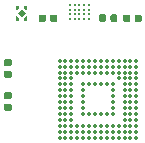
<source format=gbr>
G04 #@! TF.GenerationSoftware,KiCad,Pcbnew,(5.1.5)-3*
G04 #@! TF.CreationDate,2021-07-20T09:56:43+02:00*
G04 #@! TF.ProjectId,emmc_key,656d6d63-5f6b-4657-992e-6b696361645f,rev?*
G04 #@! TF.SameCoordinates,Original*
G04 #@! TF.FileFunction,Paste,Top*
G04 #@! TF.FilePolarity,Positive*
%FSLAX46Y46*%
G04 Gerber Fmt 4.6, Leading zero omitted, Abs format (unit mm)*
G04 Created by KiCad (PCBNEW (5.1.5)-3) date 2021-07-20 09:56:43*
%MOMM*%
%LPD*%
G04 APERTURE LIST*
%ADD10C,0.350000*%
%ADD11C,0.100000*%
%ADD12C,0.250000*%
G04 APERTURE END LIST*
D10*
X104420000Y-127890000D03*
X104420000Y-127390000D03*
X104420000Y-126890000D03*
X104420000Y-126390000D03*
X104420000Y-125890000D03*
X104420000Y-125390000D03*
X104420000Y-124890000D03*
X104420000Y-124390000D03*
X104420000Y-123890000D03*
X104420000Y-123390000D03*
X104420000Y-122890000D03*
X104420000Y-122390000D03*
X104420000Y-121890000D03*
X104420000Y-121390000D03*
X104920000Y-127890000D03*
X104920000Y-127390000D03*
X104920000Y-126890000D03*
X104920000Y-126390000D03*
X104920000Y-125890000D03*
X104920000Y-125390000D03*
X104920000Y-124890000D03*
X104920000Y-124390000D03*
X104920000Y-123890000D03*
X104920000Y-123390000D03*
X104920000Y-122890000D03*
X104920000Y-122390000D03*
X104920000Y-121890000D03*
X104920000Y-121390000D03*
X105420000Y-127890000D03*
X105420000Y-127390000D03*
X105420000Y-126890000D03*
X105420000Y-126390000D03*
X105420000Y-125890000D03*
X105420000Y-125390000D03*
X105420000Y-124890000D03*
X105420000Y-124390000D03*
X105420000Y-123890000D03*
X105420000Y-123390000D03*
X105420000Y-122890000D03*
X105420000Y-122390000D03*
X105420000Y-121890000D03*
X105420000Y-121390000D03*
X105920000Y-127890000D03*
X105920000Y-127390000D03*
X105920000Y-126890000D03*
X105920000Y-122390000D03*
X105920000Y-121890000D03*
X105920000Y-121390000D03*
X106420000Y-127890000D03*
X106420000Y-127390000D03*
X106420000Y-126890000D03*
X106420000Y-125890000D03*
X106420000Y-125390000D03*
X106420000Y-124890000D03*
X106420000Y-124390000D03*
X106420000Y-123890000D03*
X106420000Y-123390000D03*
X106420000Y-122390000D03*
X106420000Y-121890000D03*
X106420000Y-121390000D03*
X106920000Y-127890000D03*
X106920000Y-127390000D03*
X106920000Y-126890000D03*
X106920000Y-125890000D03*
X106920000Y-123390000D03*
X106920000Y-122390000D03*
X106920000Y-121890000D03*
X106920000Y-121390000D03*
X107420000Y-127890000D03*
X107420000Y-127390000D03*
X107420000Y-126890000D03*
X107420000Y-125890000D03*
X107420000Y-123390000D03*
X107420000Y-122390000D03*
X107420000Y-121890000D03*
X107420000Y-121390000D03*
X107920000Y-127890000D03*
X107920000Y-127390000D03*
X107920000Y-126890000D03*
X107920000Y-125890000D03*
X107920000Y-123390000D03*
X107920000Y-122390000D03*
X107920000Y-121890000D03*
X107920000Y-121390000D03*
X108420000Y-127890000D03*
X108420000Y-127390000D03*
X108420000Y-126890000D03*
X108420000Y-125890000D03*
X108420000Y-123390000D03*
X108420000Y-122390000D03*
X108420000Y-121890000D03*
X108420000Y-121390000D03*
X108920000Y-127890000D03*
X108920000Y-127390000D03*
X108920000Y-126890000D03*
X108920000Y-125890000D03*
X108920000Y-125390000D03*
X108920000Y-124890000D03*
X108920000Y-124390000D03*
X108920000Y-123890000D03*
X108920000Y-123390000D03*
X108920000Y-122390000D03*
X108920000Y-121890000D03*
X108920000Y-121390000D03*
X109420000Y-127890000D03*
X109420000Y-127390000D03*
X109420000Y-126890000D03*
X109420000Y-122890000D03*
X109420000Y-122390000D03*
X109420000Y-121890000D03*
X109420000Y-121390000D03*
X109920000Y-127890000D03*
X109920000Y-127390000D03*
X109920000Y-126890000D03*
X109920000Y-126390000D03*
X109920000Y-125890000D03*
X109920000Y-125390000D03*
X109920000Y-124890000D03*
X109920000Y-124390000D03*
X109920000Y-123890000D03*
X109920000Y-123390000D03*
X109920000Y-122890000D03*
X109920000Y-122390000D03*
X109920000Y-121890000D03*
X109920000Y-121390000D03*
X110420000Y-127890000D03*
X110420000Y-127390000D03*
X110420000Y-126890000D03*
X110420000Y-126390000D03*
X110420000Y-125890000D03*
X110420000Y-125390000D03*
X110420000Y-124890000D03*
X110420000Y-124390000D03*
X110420000Y-123890000D03*
X110420000Y-123390000D03*
X110420000Y-122890000D03*
X110420000Y-122390000D03*
X110420000Y-121890000D03*
X110420000Y-121390000D03*
X110920000Y-127890000D03*
X110920000Y-127390000D03*
X110920000Y-126890000D03*
X110920000Y-126390000D03*
X110920000Y-125890000D03*
X110920000Y-125390000D03*
X110920000Y-124890000D03*
X110920000Y-124390000D03*
X110920000Y-123890000D03*
X110920000Y-123390000D03*
X110920000Y-122890000D03*
X110920000Y-122390000D03*
X110920000Y-121890000D03*
X110920000Y-121390000D03*
D11*
G36*
X101670000Y-116720000D02*
G01*
X101670000Y-117120000D01*
X101600000Y-117120000D01*
X101420000Y-116940000D01*
X101420000Y-116720000D01*
X101670000Y-116720000D01*
G37*
G36*
X101600000Y-117620000D02*
G01*
X101670000Y-117620000D01*
X101670000Y-118020000D01*
X101420000Y-118020000D01*
X101420000Y-117800000D01*
X101600000Y-117620000D01*
G37*
G36*
X101559411Y-117370000D02*
G01*
X101220000Y-117709411D01*
X100880589Y-117370000D01*
X101220000Y-117030589D01*
X101559411Y-117370000D01*
G37*
G36*
X101020000Y-117800000D02*
G01*
X101020000Y-118020000D01*
X100770000Y-118020000D01*
X100770000Y-117550000D01*
X101020000Y-117800000D01*
G37*
G36*
X101020000Y-116720000D02*
G01*
X101020000Y-116940000D01*
X100840000Y-117120000D01*
X100770000Y-117120000D01*
X100770000Y-116720000D01*
X101020000Y-116720000D01*
G37*
G36*
X109186958Y-117460710D02*
G01*
X109201276Y-117462834D01*
X109215317Y-117466351D01*
X109228946Y-117471228D01*
X109242031Y-117477417D01*
X109254447Y-117484858D01*
X109266073Y-117493481D01*
X109276798Y-117503202D01*
X109286519Y-117513927D01*
X109295142Y-117525553D01*
X109302583Y-117537969D01*
X109308772Y-117551054D01*
X109313649Y-117564683D01*
X109317166Y-117578724D01*
X109319290Y-117593042D01*
X109320000Y-117607500D01*
X109320000Y-117952500D01*
X109319290Y-117966958D01*
X109317166Y-117981276D01*
X109313649Y-117995317D01*
X109308772Y-118008946D01*
X109302583Y-118022031D01*
X109295142Y-118034447D01*
X109286519Y-118046073D01*
X109276798Y-118056798D01*
X109266073Y-118066519D01*
X109254447Y-118075142D01*
X109242031Y-118082583D01*
X109228946Y-118088772D01*
X109215317Y-118093649D01*
X109201276Y-118097166D01*
X109186958Y-118099290D01*
X109172500Y-118100000D01*
X108877500Y-118100000D01*
X108863042Y-118099290D01*
X108848724Y-118097166D01*
X108834683Y-118093649D01*
X108821054Y-118088772D01*
X108807969Y-118082583D01*
X108795553Y-118075142D01*
X108783927Y-118066519D01*
X108773202Y-118056798D01*
X108763481Y-118046073D01*
X108754858Y-118034447D01*
X108747417Y-118022031D01*
X108741228Y-118008946D01*
X108736351Y-117995317D01*
X108732834Y-117981276D01*
X108730710Y-117966958D01*
X108730000Y-117952500D01*
X108730000Y-117607500D01*
X108730710Y-117593042D01*
X108732834Y-117578724D01*
X108736351Y-117564683D01*
X108741228Y-117551054D01*
X108747417Y-117537969D01*
X108754858Y-117525553D01*
X108763481Y-117513927D01*
X108773202Y-117503202D01*
X108783927Y-117493481D01*
X108795553Y-117484858D01*
X108807969Y-117477417D01*
X108821054Y-117471228D01*
X108834683Y-117466351D01*
X108848724Y-117462834D01*
X108863042Y-117460710D01*
X108877500Y-117460000D01*
X109172500Y-117460000D01*
X109186958Y-117460710D01*
G37*
G36*
X108216958Y-117460710D02*
G01*
X108231276Y-117462834D01*
X108245317Y-117466351D01*
X108258946Y-117471228D01*
X108272031Y-117477417D01*
X108284447Y-117484858D01*
X108296073Y-117493481D01*
X108306798Y-117503202D01*
X108316519Y-117513927D01*
X108325142Y-117525553D01*
X108332583Y-117537969D01*
X108338772Y-117551054D01*
X108343649Y-117564683D01*
X108347166Y-117578724D01*
X108349290Y-117593042D01*
X108350000Y-117607500D01*
X108350000Y-117952500D01*
X108349290Y-117966958D01*
X108347166Y-117981276D01*
X108343649Y-117995317D01*
X108338772Y-118008946D01*
X108332583Y-118022031D01*
X108325142Y-118034447D01*
X108316519Y-118046073D01*
X108306798Y-118056798D01*
X108296073Y-118066519D01*
X108284447Y-118075142D01*
X108272031Y-118082583D01*
X108258946Y-118088772D01*
X108245317Y-118093649D01*
X108231276Y-118097166D01*
X108216958Y-118099290D01*
X108202500Y-118100000D01*
X107907500Y-118100000D01*
X107893042Y-118099290D01*
X107878724Y-118097166D01*
X107864683Y-118093649D01*
X107851054Y-118088772D01*
X107837969Y-118082583D01*
X107825553Y-118075142D01*
X107813927Y-118066519D01*
X107803202Y-118056798D01*
X107793481Y-118046073D01*
X107784858Y-118034447D01*
X107777417Y-118022031D01*
X107771228Y-118008946D01*
X107766351Y-117995317D01*
X107762834Y-117981276D01*
X107760710Y-117966958D01*
X107760000Y-117952500D01*
X107760000Y-117607500D01*
X107760710Y-117593042D01*
X107762834Y-117578724D01*
X107766351Y-117564683D01*
X107771228Y-117551054D01*
X107777417Y-117537969D01*
X107784858Y-117525553D01*
X107793481Y-117513927D01*
X107803202Y-117503202D01*
X107813927Y-117493481D01*
X107825553Y-117484858D01*
X107837969Y-117477417D01*
X107851054Y-117471228D01*
X107864683Y-117466351D01*
X107878724Y-117462834D01*
X107893042Y-117460710D01*
X107907500Y-117460000D01*
X108202500Y-117460000D01*
X108216958Y-117460710D01*
G37*
G36*
X100226958Y-121260710D02*
G01*
X100241276Y-121262834D01*
X100255317Y-121266351D01*
X100268946Y-121271228D01*
X100282031Y-121277417D01*
X100294447Y-121284858D01*
X100306073Y-121293481D01*
X100316798Y-121303202D01*
X100326519Y-121313927D01*
X100335142Y-121325553D01*
X100342583Y-121337969D01*
X100348772Y-121351054D01*
X100353649Y-121364683D01*
X100357166Y-121378724D01*
X100359290Y-121393042D01*
X100360000Y-121407500D01*
X100360000Y-121702500D01*
X100359290Y-121716958D01*
X100357166Y-121731276D01*
X100353649Y-121745317D01*
X100348772Y-121758946D01*
X100342583Y-121772031D01*
X100335142Y-121784447D01*
X100326519Y-121796073D01*
X100316798Y-121806798D01*
X100306073Y-121816519D01*
X100294447Y-121825142D01*
X100282031Y-121832583D01*
X100268946Y-121838772D01*
X100255317Y-121843649D01*
X100241276Y-121847166D01*
X100226958Y-121849290D01*
X100212500Y-121850000D01*
X99867500Y-121850000D01*
X99853042Y-121849290D01*
X99838724Y-121847166D01*
X99824683Y-121843649D01*
X99811054Y-121838772D01*
X99797969Y-121832583D01*
X99785553Y-121825142D01*
X99773927Y-121816519D01*
X99763202Y-121806798D01*
X99753481Y-121796073D01*
X99744858Y-121784447D01*
X99737417Y-121772031D01*
X99731228Y-121758946D01*
X99726351Y-121745317D01*
X99722834Y-121731276D01*
X99720710Y-121716958D01*
X99720000Y-121702500D01*
X99720000Y-121407500D01*
X99720710Y-121393042D01*
X99722834Y-121378724D01*
X99726351Y-121364683D01*
X99731228Y-121351054D01*
X99737417Y-121337969D01*
X99744858Y-121325553D01*
X99753481Y-121313927D01*
X99763202Y-121303202D01*
X99773927Y-121293481D01*
X99785553Y-121284858D01*
X99797969Y-121277417D01*
X99811054Y-121271228D01*
X99824683Y-121266351D01*
X99838724Y-121262834D01*
X99853042Y-121260710D01*
X99867500Y-121260000D01*
X100212500Y-121260000D01*
X100226958Y-121260710D01*
G37*
G36*
X100226958Y-122230710D02*
G01*
X100241276Y-122232834D01*
X100255317Y-122236351D01*
X100268946Y-122241228D01*
X100282031Y-122247417D01*
X100294447Y-122254858D01*
X100306073Y-122263481D01*
X100316798Y-122273202D01*
X100326519Y-122283927D01*
X100335142Y-122295553D01*
X100342583Y-122307969D01*
X100348772Y-122321054D01*
X100353649Y-122334683D01*
X100357166Y-122348724D01*
X100359290Y-122363042D01*
X100360000Y-122377500D01*
X100360000Y-122672500D01*
X100359290Y-122686958D01*
X100357166Y-122701276D01*
X100353649Y-122715317D01*
X100348772Y-122728946D01*
X100342583Y-122742031D01*
X100335142Y-122754447D01*
X100326519Y-122766073D01*
X100316798Y-122776798D01*
X100306073Y-122786519D01*
X100294447Y-122795142D01*
X100282031Y-122802583D01*
X100268946Y-122808772D01*
X100255317Y-122813649D01*
X100241276Y-122817166D01*
X100226958Y-122819290D01*
X100212500Y-122820000D01*
X99867500Y-122820000D01*
X99853042Y-122819290D01*
X99838724Y-122817166D01*
X99824683Y-122813649D01*
X99811054Y-122808772D01*
X99797969Y-122802583D01*
X99785553Y-122795142D01*
X99773927Y-122786519D01*
X99763202Y-122776798D01*
X99753481Y-122766073D01*
X99744858Y-122754447D01*
X99737417Y-122742031D01*
X99731228Y-122728946D01*
X99726351Y-122715317D01*
X99722834Y-122701276D01*
X99720710Y-122686958D01*
X99720000Y-122672500D01*
X99720000Y-122377500D01*
X99720710Y-122363042D01*
X99722834Y-122348724D01*
X99726351Y-122334683D01*
X99731228Y-122321054D01*
X99737417Y-122307969D01*
X99744858Y-122295553D01*
X99753481Y-122283927D01*
X99763202Y-122273202D01*
X99773927Y-122263481D01*
X99785553Y-122254858D01*
X99797969Y-122247417D01*
X99811054Y-122241228D01*
X99824683Y-122236351D01*
X99838724Y-122232834D01*
X99853042Y-122230710D01*
X99867500Y-122230000D01*
X100212500Y-122230000D01*
X100226958Y-122230710D01*
G37*
G36*
X103116958Y-117480710D02*
G01*
X103131276Y-117482834D01*
X103145317Y-117486351D01*
X103158946Y-117491228D01*
X103172031Y-117497417D01*
X103184447Y-117504858D01*
X103196073Y-117513481D01*
X103206798Y-117523202D01*
X103216519Y-117533927D01*
X103225142Y-117545553D01*
X103232583Y-117557969D01*
X103238772Y-117571054D01*
X103243649Y-117584683D01*
X103247166Y-117598724D01*
X103249290Y-117613042D01*
X103250000Y-117627500D01*
X103250000Y-117972500D01*
X103249290Y-117986958D01*
X103247166Y-118001276D01*
X103243649Y-118015317D01*
X103238772Y-118028946D01*
X103232583Y-118042031D01*
X103225142Y-118054447D01*
X103216519Y-118066073D01*
X103206798Y-118076798D01*
X103196073Y-118086519D01*
X103184447Y-118095142D01*
X103172031Y-118102583D01*
X103158946Y-118108772D01*
X103145317Y-118113649D01*
X103131276Y-118117166D01*
X103116958Y-118119290D01*
X103102500Y-118120000D01*
X102807500Y-118120000D01*
X102793042Y-118119290D01*
X102778724Y-118117166D01*
X102764683Y-118113649D01*
X102751054Y-118108772D01*
X102737969Y-118102583D01*
X102725553Y-118095142D01*
X102713927Y-118086519D01*
X102703202Y-118076798D01*
X102693481Y-118066073D01*
X102684858Y-118054447D01*
X102677417Y-118042031D01*
X102671228Y-118028946D01*
X102666351Y-118015317D01*
X102662834Y-118001276D01*
X102660710Y-117986958D01*
X102660000Y-117972500D01*
X102660000Y-117627500D01*
X102660710Y-117613042D01*
X102662834Y-117598724D01*
X102666351Y-117584683D01*
X102671228Y-117571054D01*
X102677417Y-117557969D01*
X102684858Y-117545553D01*
X102693481Y-117533927D01*
X102703202Y-117523202D01*
X102713927Y-117513481D01*
X102725553Y-117504858D01*
X102737969Y-117497417D01*
X102751054Y-117491228D01*
X102764683Y-117486351D01*
X102778724Y-117482834D01*
X102793042Y-117480710D01*
X102807500Y-117480000D01*
X103102500Y-117480000D01*
X103116958Y-117480710D01*
G37*
G36*
X104086958Y-117480710D02*
G01*
X104101276Y-117482834D01*
X104115317Y-117486351D01*
X104128946Y-117491228D01*
X104142031Y-117497417D01*
X104154447Y-117504858D01*
X104166073Y-117513481D01*
X104176798Y-117523202D01*
X104186519Y-117533927D01*
X104195142Y-117545553D01*
X104202583Y-117557969D01*
X104208772Y-117571054D01*
X104213649Y-117584683D01*
X104217166Y-117598724D01*
X104219290Y-117613042D01*
X104220000Y-117627500D01*
X104220000Y-117972500D01*
X104219290Y-117986958D01*
X104217166Y-118001276D01*
X104213649Y-118015317D01*
X104208772Y-118028946D01*
X104202583Y-118042031D01*
X104195142Y-118054447D01*
X104186519Y-118066073D01*
X104176798Y-118076798D01*
X104166073Y-118086519D01*
X104154447Y-118095142D01*
X104142031Y-118102583D01*
X104128946Y-118108772D01*
X104115317Y-118113649D01*
X104101276Y-118117166D01*
X104086958Y-118119290D01*
X104072500Y-118120000D01*
X103777500Y-118120000D01*
X103763042Y-118119290D01*
X103748724Y-118117166D01*
X103734683Y-118113649D01*
X103721054Y-118108772D01*
X103707969Y-118102583D01*
X103695553Y-118095142D01*
X103683927Y-118086519D01*
X103673202Y-118076798D01*
X103663481Y-118066073D01*
X103654858Y-118054447D01*
X103647417Y-118042031D01*
X103641228Y-118028946D01*
X103636351Y-118015317D01*
X103632834Y-118001276D01*
X103630710Y-117986958D01*
X103630000Y-117972500D01*
X103630000Y-117627500D01*
X103630710Y-117613042D01*
X103632834Y-117598724D01*
X103636351Y-117584683D01*
X103641228Y-117571054D01*
X103647417Y-117557969D01*
X103654858Y-117545553D01*
X103663481Y-117533927D01*
X103673202Y-117523202D01*
X103683927Y-117513481D01*
X103695553Y-117504858D01*
X103707969Y-117497417D01*
X103721054Y-117491228D01*
X103734683Y-117486351D01*
X103748724Y-117482834D01*
X103763042Y-117480710D01*
X103777500Y-117480000D01*
X104072500Y-117480000D01*
X104086958Y-117480710D01*
G37*
G36*
X100226958Y-124050710D02*
G01*
X100241276Y-124052834D01*
X100255317Y-124056351D01*
X100268946Y-124061228D01*
X100282031Y-124067417D01*
X100294447Y-124074858D01*
X100306073Y-124083481D01*
X100316798Y-124093202D01*
X100326519Y-124103927D01*
X100335142Y-124115553D01*
X100342583Y-124127969D01*
X100348772Y-124141054D01*
X100353649Y-124154683D01*
X100357166Y-124168724D01*
X100359290Y-124183042D01*
X100360000Y-124197500D01*
X100360000Y-124492500D01*
X100359290Y-124506958D01*
X100357166Y-124521276D01*
X100353649Y-124535317D01*
X100348772Y-124548946D01*
X100342583Y-124562031D01*
X100335142Y-124574447D01*
X100326519Y-124586073D01*
X100316798Y-124596798D01*
X100306073Y-124606519D01*
X100294447Y-124615142D01*
X100282031Y-124622583D01*
X100268946Y-124628772D01*
X100255317Y-124633649D01*
X100241276Y-124637166D01*
X100226958Y-124639290D01*
X100212500Y-124640000D01*
X99867500Y-124640000D01*
X99853042Y-124639290D01*
X99838724Y-124637166D01*
X99824683Y-124633649D01*
X99811054Y-124628772D01*
X99797969Y-124622583D01*
X99785553Y-124615142D01*
X99773927Y-124606519D01*
X99763202Y-124596798D01*
X99753481Y-124586073D01*
X99744858Y-124574447D01*
X99737417Y-124562031D01*
X99731228Y-124548946D01*
X99726351Y-124535317D01*
X99722834Y-124521276D01*
X99720710Y-124506958D01*
X99720000Y-124492500D01*
X99720000Y-124197500D01*
X99720710Y-124183042D01*
X99722834Y-124168724D01*
X99726351Y-124154683D01*
X99731228Y-124141054D01*
X99737417Y-124127969D01*
X99744858Y-124115553D01*
X99753481Y-124103927D01*
X99763202Y-124093202D01*
X99773927Y-124083481D01*
X99785553Y-124074858D01*
X99797969Y-124067417D01*
X99811054Y-124061228D01*
X99824683Y-124056351D01*
X99838724Y-124052834D01*
X99853042Y-124050710D01*
X99867500Y-124050000D01*
X100212500Y-124050000D01*
X100226958Y-124050710D01*
G37*
G36*
X100226958Y-125020710D02*
G01*
X100241276Y-125022834D01*
X100255317Y-125026351D01*
X100268946Y-125031228D01*
X100282031Y-125037417D01*
X100294447Y-125044858D01*
X100306073Y-125053481D01*
X100316798Y-125063202D01*
X100326519Y-125073927D01*
X100335142Y-125085553D01*
X100342583Y-125097969D01*
X100348772Y-125111054D01*
X100353649Y-125124683D01*
X100357166Y-125138724D01*
X100359290Y-125153042D01*
X100360000Y-125167500D01*
X100360000Y-125462500D01*
X100359290Y-125476958D01*
X100357166Y-125491276D01*
X100353649Y-125505317D01*
X100348772Y-125518946D01*
X100342583Y-125532031D01*
X100335142Y-125544447D01*
X100326519Y-125556073D01*
X100316798Y-125566798D01*
X100306073Y-125576519D01*
X100294447Y-125585142D01*
X100282031Y-125592583D01*
X100268946Y-125598772D01*
X100255317Y-125603649D01*
X100241276Y-125607166D01*
X100226958Y-125609290D01*
X100212500Y-125610000D01*
X99867500Y-125610000D01*
X99853042Y-125609290D01*
X99838724Y-125607166D01*
X99824683Y-125603649D01*
X99811054Y-125598772D01*
X99797969Y-125592583D01*
X99785553Y-125585142D01*
X99773927Y-125576519D01*
X99763202Y-125566798D01*
X99753481Y-125556073D01*
X99744858Y-125544447D01*
X99737417Y-125532031D01*
X99731228Y-125518946D01*
X99726351Y-125505317D01*
X99722834Y-125491276D01*
X99720710Y-125476958D01*
X99720000Y-125462500D01*
X99720000Y-125167500D01*
X99720710Y-125153042D01*
X99722834Y-125138724D01*
X99726351Y-125124683D01*
X99731228Y-125111054D01*
X99737417Y-125097969D01*
X99744858Y-125085553D01*
X99753481Y-125073927D01*
X99763202Y-125063202D01*
X99773927Y-125053481D01*
X99785553Y-125044858D01*
X99797969Y-125037417D01*
X99811054Y-125031228D01*
X99824683Y-125026351D01*
X99838724Y-125022834D01*
X99853042Y-125020710D01*
X99867500Y-125020000D01*
X100212500Y-125020000D01*
X100226958Y-125020710D01*
G37*
G36*
X111226958Y-117480710D02*
G01*
X111241276Y-117482834D01*
X111255317Y-117486351D01*
X111268946Y-117491228D01*
X111282031Y-117497417D01*
X111294447Y-117504858D01*
X111306073Y-117513481D01*
X111316798Y-117523202D01*
X111326519Y-117533927D01*
X111335142Y-117545553D01*
X111342583Y-117557969D01*
X111348772Y-117571054D01*
X111353649Y-117584683D01*
X111357166Y-117598724D01*
X111359290Y-117613042D01*
X111360000Y-117627500D01*
X111360000Y-117972500D01*
X111359290Y-117986958D01*
X111357166Y-118001276D01*
X111353649Y-118015317D01*
X111348772Y-118028946D01*
X111342583Y-118042031D01*
X111335142Y-118054447D01*
X111326519Y-118066073D01*
X111316798Y-118076798D01*
X111306073Y-118086519D01*
X111294447Y-118095142D01*
X111282031Y-118102583D01*
X111268946Y-118108772D01*
X111255317Y-118113649D01*
X111241276Y-118117166D01*
X111226958Y-118119290D01*
X111212500Y-118120000D01*
X110917500Y-118120000D01*
X110903042Y-118119290D01*
X110888724Y-118117166D01*
X110874683Y-118113649D01*
X110861054Y-118108772D01*
X110847969Y-118102583D01*
X110835553Y-118095142D01*
X110823927Y-118086519D01*
X110813202Y-118076798D01*
X110803481Y-118066073D01*
X110794858Y-118054447D01*
X110787417Y-118042031D01*
X110781228Y-118028946D01*
X110776351Y-118015317D01*
X110772834Y-118001276D01*
X110770710Y-117986958D01*
X110770000Y-117972500D01*
X110770000Y-117627500D01*
X110770710Y-117613042D01*
X110772834Y-117598724D01*
X110776351Y-117584683D01*
X110781228Y-117571054D01*
X110787417Y-117557969D01*
X110794858Y-117545553D01*
X110803481Y-117533927D01*
X110813202Y-117523202D01*
X110823927Y-117513481D01*
X110835553Y-117504858D01*
X110847969Y-117497417D01*
X110861054Y-117491228D01*
X110874683Y-117486351D01*
X110888724Y-117482834D01*
X110903042Y-117480710D01*
X110917500Y-117480000D01*
X111212500Y-117480000D01*
X111226958Y-117480710D01*
G37*
G36*
X110256958Y-117480710D02*
G01*
X110271276Y-117482834D01*
X110285317Y-117486351D01*
X110298946Y-117491228D01*
X110312031Y-117497417D01*
X110324447Y-117504858D01*
X110336073Y-117513481D01*
X110346798Y-117523202D01*
X110356519Y-117533927D01*
X110365142Y-117545553D01*
X110372583Y-117557969D01*
X110378772Y-117571054D01*
X110383649Y-117584683D01*
X110387166Y-117598724D01*
X110389290Y-117613042D01*
X110390000Y-117627500D01*
X110390000Y-117972500D01*
X110389290Y-117986958D01*
X110387166Y-118001276D01*
X110383649Y-118015317D01*
X110378772Y-118028946D01*
X110372583Y-118042031D01*
X110365142Y-118054447D01*
X110356519Y-118066073D01*
X110346798Y-118076798D01*
X110336073Y-118086519D01*
X110324447Y-118095142D01*
X110312031Y-118102583D01*
X110298946Y-118108772D01*
X110285317Y-118113649D01*
X110271276Y-118117166D01*
X110256958Y-118119290D01*
X110242500Y-118120000D01*
X109947500Y-118120000D01*
X109933042Y-118119290D01*
X109918724Y-118117166D01*
X109904683Y-118113649D01*
X109891054Y-118108772D01*
X109877969Y-118102583D01*
X109865553Y-118095142D01*
X109853927Y-118086519D01*
X109843202Y-118076798D01*
X109833481Y-118066073D01*
X109824858Y-118054447D01*
X109817417Y-118042031D01*
X109811228Y-118028946D01*
X109806351Y-118015317D01*
X109802834Y-118001276D01*
X109800710Y-117986958D01*
X109800000Y-117972500D01*
X109800000Y-117627500D01*
X109800710Y-117613042D01*
X109802834Y-117598724D01*
X109806351Y-117584683D01*
X109811228Y-117571054D01*
X109817417Y-117557969D01*
X109824858Y-117545553D01*
X109833481Y-117533927D01*
X109843202Y-117523202D01*
X109853927Y-117513481D01*
X109865553Y-117504858D01*
X109877969Y-117497417D01*
X109891054Y-117491228D01*
X109904683Y-117486351D01*
X109918724Y-117482834D01*
X109933042Y-117480710D01*
X109947500Y-117480000D01*
X110242500Y-117480000D01*
X110256958Y-117480710D01*
G37*
D12*
X105290000Y-117870000D03*
X105290000Y-117470000D03*
X105290000Y-117070000D03*
X105290000Y-116670000D03*
X105690000Y-117870000D03*
X105690000Y-117470000D03*
X105690000Y-117070000D03*
X105690000Y-116670000D03*
X106090000Y-117870000D03*
X106090000Y-117470000D03*
X106090000Y-117070000D03*
X106090000Y-116670000D03*
X106490000Y-117870000D03*
X106490000Y-117470000D03*
X106490000Y-117070000D03*
X106490000Y-116670000D03*
X106890000Y-117870000D03*
X106890000Y-117470000D03*
X106890000Y-117070000D03*
X106890000Y-116670000D03*
M02*

</source>
